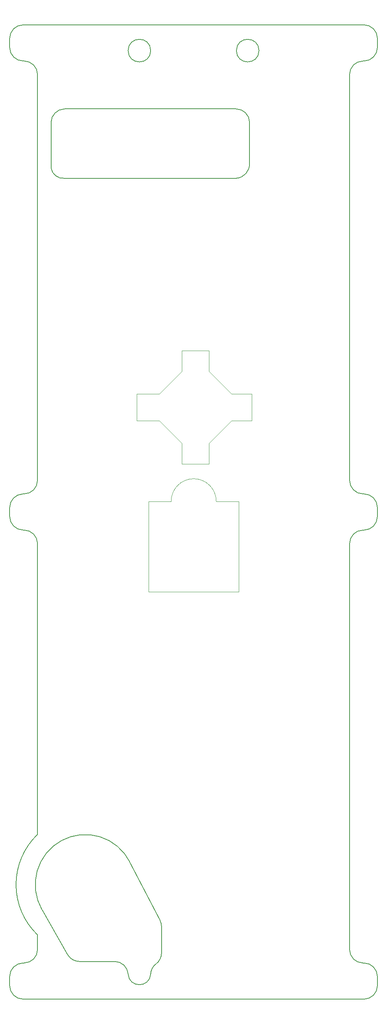
<source format=gm1>
%TF.GenerationSoftware,KiCad,Pcbnew,8.0.8*%
%TF.CreationDate,2025-03-15T17:23:43-07:00*%
%TF.ProjectId,Stationary_X_Panel,53746174-696f-46e6-9172-795f585f5061,1.4*%
%TF.SameCoordinates,Original*%
%TF.FileFunction,Profile,NP*%
%FSLAX46Y46*%
G04 Gerber Fmt 4.6, Leading zero omitted, Abs format (unit mm)*
G04 Created by KiCad (PCBNEW 8.0.8) date 2025-03-15 17:23:43*
%MOMM*%
%LPD*%
G01*
G04 APERTURE LIST*
%TA.AperFunction,Profile*%
%ADD10C,0.200000*%
%TD*%
%TA.AperFunction,Profile*%
%ADD11C,0.100000*%
%TD*%
G04 APERTURE END LIST*
D10*
X82000000Y-43000000D02*
X82000000Y-52000000D01*
X82000000Y-52000000D02*
G75*
G02*
X78999999Y-55349989I-3175100J-174900D01*
G01*
D11*
X73000000Y-114000000D02*
X73000000Y-118500000D01*
D10*
X84085000Y-27105000D02*
G75*
G02*
X79085000Y-27105000I-2500000J0D01*
G01*
X79085000Y-27105000D02*
G75*
G02*
X84085000Y-27105000I2500000J0D01*
G01*
D11*
X67000000Y-118500000D02*
X73000000Y-118500000D01*
D10*
X104160000Y-225905000D02*
X104160000Y-136155000D01*
X107335000Y-125155000D02*
G75*
G02*
X110335000Y-128155000I0J-3000000D01*
G01*
X41671060Y-227049172D02*
X35967089Y-217075205D01*
X31835000Y-29405000D02*
X32010000Y-29405000D01*
X62485000Y-220840832D02*
X62485000Y-226694897D01*
X110335000Y-233905000D02*
X110335000Y-231905000D01*
X35010000Y-222681595D02*
X35010000Y-225905000D01*
D11*
X67000000Y-114000000D02*
X67000000Y-118500000D01*
D10*
X110335000Y-130155000D02*
G75*
G02*
X107335000Y-133155000I-3000000J0D01*
G01*
X28835000Y-231905000D02*
G75*
G02*
X31835000Y-228905000I3000000J0D01*
G01*
X60081380Y-231339481D02*
G75*
G02*
X61281039Y-229097906I2996020J-161619D01*
G01*
X104160000Y-32405000D02*
G75*
G02*
X107160000Y-29405000I3000000J0D01*
G01*
X35010000Y-225905000D02*
G75*
G02*
X32010000Y-228905000I-3000000J0D01*
G01*
X41000000Y-40000000D02*
X79000000Y-40000000D01*
X31835000Y-236905000D02*
G75*
G02*
X28835000Y-233905000I0J3000000D01*
G01*
X104160000Y-136155000D02*
G75*
G02*
X107160000Y-133155000I3000000J0D01*
G01*
D11*
X59620000Y-146800000D02*
X59620000Y-126800000D01*
D10*
X110335000Y-26405000D02*
X110335000Y-24405000D01*
X107335000Y-21405000D02*
G75*
G02*
X110335000Y-24405000I0J-3000000D01*
G01*
D11*
X62000000Y-109000000D02*
X67000000Y-114000000D01*
D10*
X31835000Y-29405000D02*
G75*
G02*
X28835000Y-26405000I0J3000000D01*
G01*
D11*
X73000000Y-93500000D02*
X67000000Y-93500000D01*
D10*
X107335000Y-228905000D02*
G75*
G02*
X110335000Y-231905000I0J-3000000D01*
G01*
X107335000Y-125155000D02*
X107160000Y-125155000D01*
X28835000Y-128155000D02*
X28835000Y-130155000D01*
X32010000Y-125155000D02*
X31835000Y-125155000D01*
X107160000Y-228905000D02*
G75*
G02*
X104160000Y-225905000I0J3000000D01*
G01*
D11*
X62000000Y-103000000D02*
X67000000Y-98000000D01*
D10*
X28835000Y-24405000D02*
G75*
G02*
X31835000Y-21405000I3000000J0D01*
G01*
D11*
X82500000Y-109000000D02*
X82500000Y-103000000D01*
X64620000Y-126800000D02*
G75*
G02*
X74620000Y-126800000I5000000J0D01*
G01*
D10*
X107160000Y-133155000D02*
X107335000Y-133155000D01*
X107160000Y-125155000D02*
G75*
G02*
X104160000Y-122155000I0J3000000D01*
G01*
X107160000Y-29405000D02*
X107335000Y-29405000D01*
X31835000Y-133155000D02*
G75*
G02*
X28835000Y-130155000I0J3000000D01*
G01*
X79000000Y-40000000D02*
G75*
G02*
X82000000Y-43000000I0J-3000000D01*
G01*
X62485000Y-226694897D02*
G75*
G02*
X61281020Y-229097880I-3000000J-3D01*
G01*
X79000000Y-55350000D02*
X41000000Y-55350000D01*
D11*
X67000000Y-98000000D02*
X67000000Y-93500000D01*
D10*
X41000000Y-55350000D02*
G75*
G02*
X38000014Y-52999998I-287700J2722600D01*
G01*
D11*
X57000000Y-109000000D02*
X57000000Y-103000000D01*
D10*
X60081380Y-231339481D02*
G75*
G02*
X55090209Y-231366299I-2496380J134481D01*
G01*
X38000000Y-43000000D02*
G75*
G02*
X41000000Y-40000000I3047630J-47630D01*
G01*
X35010000Y-122155000D02*
G75*
G02*
X32010000Y-125155000I-3000000J0D01*
G01*
X107335000Y-228905000D02*
X107160000Y-228905000D01*
X35010000Y-32405000D02*
X35010000Y-122155000D01*
D11*
X73000000Y-114000000D02*
X78000000Y-109000000D01*
D10*
X110335000Y-130155000D02*
X110335000Y-128155000D01*
X32010000Y-133155000D02*
G75*
G02*
X35010000Y-136155000I0J-3000000D01*
G01*
D11*
X79620000Y-126800000D02*
X79620000Y-146800000D01*
X74620000Y-126800000D02*
X79620000Y-126800000D01*
D10*
X32010000Y-228905000D02*
X31835000Y-228905000D01*
X28835000Y-24405000D02*
X28835000Y-26405000D01*
X104160000Y-122155000D02*
X104160000Y-32405000D01*
X52096460Y-228559857D02*
G75*
G02*
X55090296Y-231366293I140J-2999943D01*
G01*
X110335000Y-26405000D02*
G75*
G02*
X107335000Y-29405000I-3000000J0D01*
G01*
D11*
X59620000Y-126800000D02*
X64620000Y-126800000D01*
D10*
X60085000Y-27105000D02*
G75*
G02*
X55085000Y-27105000I-2500000J0D01*
G01*
X55085000Y-27105000D02*
G75*
G02*
X60085000Y-27105000I2500000J0D01*
G01*
X52096460Y-228559857D02*
X44275276Y-228559857D01*
D11*
X73000000Y-98000000D02*
X73000000Y-93500000D01*
D10*
X44275276Y-228559857D02*
G75*
G02*
X41671053Y-227049176I24J3000057D01*
G01*
X38000000Y-43000000D02*
X38000000Y-53000000D01*
D11*
X79620000Y-146800000D02*
X59620000Y-146800000D01*
X78000000Y-103000000D02*
X82500000Y-103000000D01*
X73000000Y-98000000D02*
X78000000Y-103000000D01*
D10*
X55422771Y-206478162D02*
X62148747Y-219460813D01*
X62148747Y-219460813D02*
G75*
G02*
X62484974Y-220840832I-2663847J-1379987D01*
G01*
D11*
X57000000Y-103000000D02*
X62000000Y-103000000D01*
D10*
X28835000Y-231905000D02*
X28835000Y-233905000D01*
X32010000Y-29405000D02*
G75*
G02*
X35010000Y-32405000I0J-3000000D01*
G01*
X107335000Y-21405000D02*
X31835000Y-21405000D01*
D11*
X78000000Y-109000000D02*
X82500000Y-109000000D01*
X57000000Y-109000000D02*
X62000000Y-109000000D01*
D10*
X35967089Y-217075205D02*
G75*
G02*
X55422769Y-206478163I9617911J5500345D01*
G01*
X110335000Y-233905000D02*
G75*
G02*
X107335000Y-236905000I-3000000J0D01*
G01*
X31835000Y-133155000D02*
X32010000Y-133155000D01*
X35010000Y-222681595D02*
G75*
G02*
X35010000Y-200468119I10575006J11106738D01*
G01*
X31835000Y-236905000D02*
X107335000Y-236905000D01*
X35010000Y-136155000D02*
X35010000Y-200468119D01*
X28835000Y-128155000D02*
G75*
G02*
X31835000Y-125155000I3000000J0D01*
G01*
M02*

</source>
